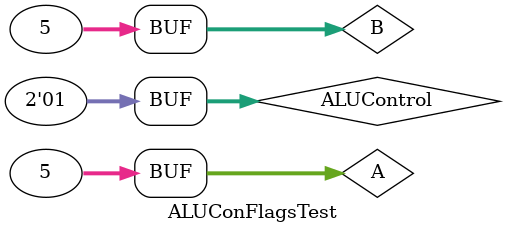
<source format=sv>
module ALUConFlagsTest();

	logic [31:0] A, B;
	logic [1:0] ALUControl;
	
	logic [31:0] out;	
	logic [3:0] ALUFlags; //NZCV
	
	ALUConFlags #(32) aluConFlags(A,B,ALUControl, out, ALUFlags);
	
		
			
	initial begin
	
	/* ------------------------- Datos de 4 bits -------------------------------
		//Suma
		A = 4'd3; B = 4'd14; ALUControl = 00; #5;	
		A = 4'd2; B = 4'd6;  ALUControl = 00; #5;
		A = 4'd7; B = 4'd4;  ALUControl = 00; #5;
		
		//Resta
		A = 4'd3; B = 4'd14; ALUControl = 01; #5;	
		A = 4'd2; B = 4'd6;  ALUControl = 01; #5;
		A = 4'd7; B = 4'd4;  ALUControl = 01; #5;	
				
		//XOR
		A = 4'b0011; B = 4'b1110; ALUControl = 10; #5;	
		A = 4'b0010; B = 4'b0110;  ALUControl = 10; #5;
		A = 4'b0111; B = 4'b0100;  ALUControl = 10; #5;
		
		
		//NOT de A
		A = 4'd3; ALUControl = 11; #5;	
		A = 4'd2; ALUControl = 11; #5;	
		A = 4'd7; ALUControl = 11; #5;
	*/
		
		// ------------------------- Datos de 32 bits -------------------------------
		//Suma entre direccion de un PC+8(A) y el resultado que sale del modulo del inmediato(B).
		//A = 32'h00000038; B = 32'h00000040;  ALUControl = 00; #5;
		//A = 32'h00000058; B = 32'hffffffE4;  ALUControl = 00; #5;
		//A = 32'h00000040; B = 32'hfffffffC;  ALUControl = 00; #5;
		
		//Resta
		A = 32'h00000005; B = 32'h00000002; ALUControl = 01; #5;	
		A = 32'h00000002; B = 32'h00000005; ALUControl = 01; #5;
		A = 32'h00000005; B = 32'h00000005; ALUControl = 01; #5;
		
	end
	
	

endmodule
</source>
